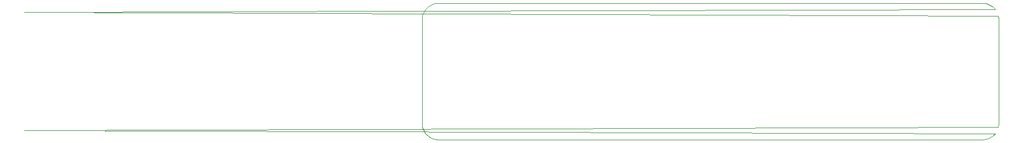
<source format=gm1>
%FSTAX25Y25*%
%MOMM*%
%SFA1B1*%

%IPPOS*%
%ADD68C,0.009906*%
%LNpcb1-1*%
%LPD*%
G54D68*
X8008416Y5971489D02*
X16358412D01*
X795279Y5977763D02*
X8008416Y5971489D01*
X7899933Y5996254D02*
X795279Y5977763D01*
X7852537Y6026048D02*
X7899933Y5996254D01*
X7812963Y6065621D02*
X7852537Y6026048D01*
X7783169Y6113018D02*
X7812963Y6065621D01*
X7764678Y6165875D02*
X7783169Y6113018D01*
X775843Y6221501D02*
X7764678Y6165875D01*
X7758404Y7821498D02*
X775843Y6221501D01*
X7758404Y7821498D02*
X7764678Y7877124D01*
X7783169Y7929981*
X7812963Y7977378*
X7852537Y8016951*
X7899933Y8046745*
X795279Y8065236*
X8008416Y807151*
X16358412*
X16414038Y8065236*
X16466896Y8046745*
X16514292Y8016951*
X16553865Y7977378*
X1658366Y7929981*
X16602151Y7877124*
X16608425Y7821498*
Y6221501D02*
Y7821498D01*
X16602151Y6165875D02*
X16608425Y6221501D01*
X1658366Y6113018D02*
X16602151Y6165875D01*
X16553865Y6065621D02*
X1658366Y6113018D01*
X16514292Y6026048D02*
X16553865Y6065621D01*
X16466896Y5996254D02*
X16514292Y6026048D01*
X16414038Y5977763D02*
X16466896Y5996254D01*
X16358412Y5971489D02*
X16414038Y5977763D01*
M02*
</source>
